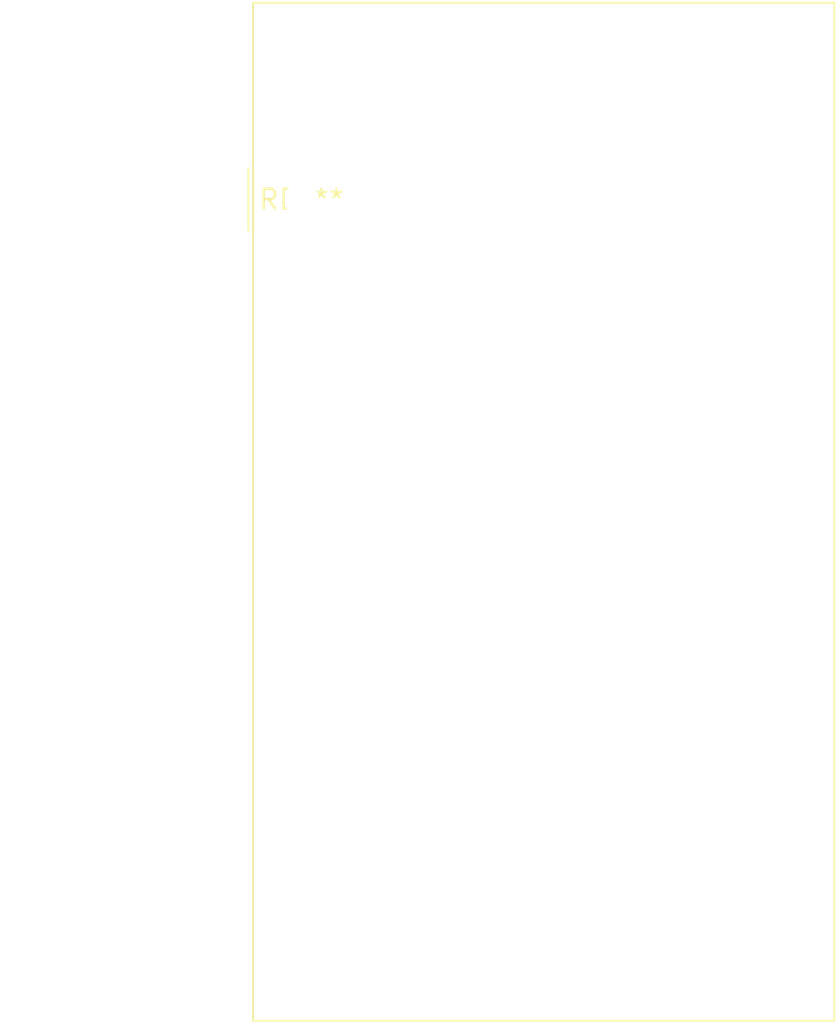
<source format=kicad_pcb>
(kicad_pcb (version 20240108) (generator pcbnew)
  (layers (0 "F.Cu" signal) (31 "B.Cu" signal) (34 "B.Paste" user) (35 "F.Paste" user) (36 "B.SilkS" user "B.Silkscreen") (37 "F.SilkS" user "F.Silkscreen") (38 "B.Mask" user) (39 "F.Mask" user) (44 "Edge.Cuts" user))
  (net 0 "")
  (footprint "L_CommonMode_TDK_B82747E6203A040" (layer "F.Cu") (at 0 0)
    (property "Reference" "REF**")
    (property "Value" "L_CommonMode_TDK_B82747E6203A040")
    (fp_line (start -3.4 -2) (end -3.4 2) (layer "F.SilkS") (stroke (width 0.12)))
    (fp_rect (start -3.1 52.6) (end 34.1 -12.6) (layer "F.SilkS") (stroke (width 0.12)) (fill none))
    (pad "1" thru_hole roundrect (at 0 0 90) (size 4 4) (drill 2.2) (layers *.Cu *.Mask) (remove_unused_layers))
    (pad "2" thru_hole circle (at 0 20 90) (size 4 4) (drill 2.2) (layers *.Cu *.Mask) (remove_unused_layers))
    (pad "3" thru_hole circle (at 0 40 90) (size 4 4) (drill 2.2) (layers *.Cu *.Mask) (remove_unused_layers))
    (pad "4" thru_hole circle (at 31 40 90) (size 4 4) (drill 2.2) (layers *.Cu *.Mask) (remove_unused_layers))
    (pad "5" thru_hole circle (at 31 20 90) (size 4 4) (drill 2.2) (layers *.Cu *.Mask) (remove_unused_layers))
    (pad "6" thru_hole circle (at 31 0 90) (size 4 4) (drill 2.2) (layers *.Cu *.Mask) (remove_unused_layers))
  )
)
</source>
